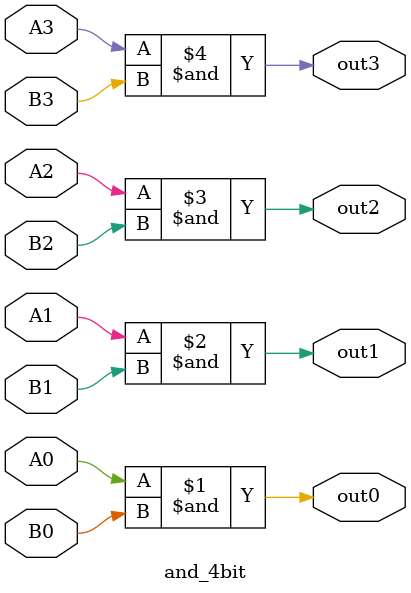
<source format=v>
module and_4bit (
    input A3,A2,A1,A0,B3,B2,B1,B0,
    output out3,out2,out1,out0
);

    and a1(out0,A0,B0);
    and a2(out1,A1,B1);
    and a3(out2,A2,B2);
    and a4(out3,A3,B3);

endmodule
</source>
